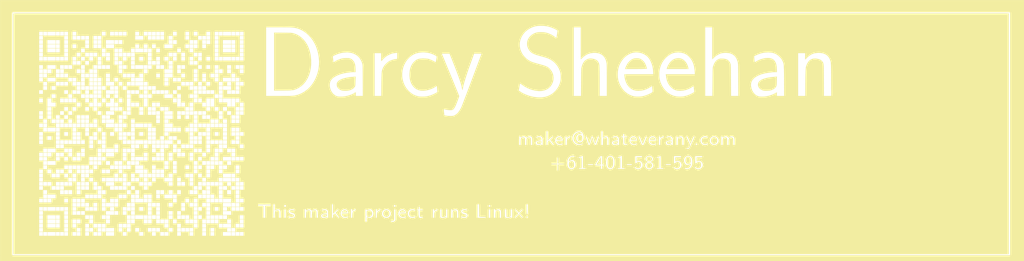
<source format=kicad_pcb>
(kicad_pcb (version 4) (host pcbnew 4.0.7)
  (layers (0 F.Cu signal) (31 B.Cu signal) (34 B.Paste user) (35 F.Paste user) (36 B.SilkS user) (37 F.SilkS user) (38 B.Mask user) (39 F.Mask user) (44 Edge.Cuts user))
  (net 0 "")
  (module LOGO (layer F.Cu) (at 0 0)
    (fp_text reference "G***" hide)
    (fp_text value "LOGO" hide)
  )
)
</source>
